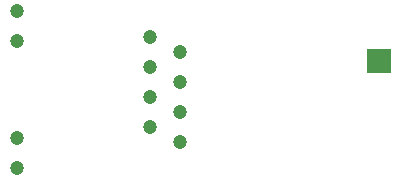
<source format=gbp>
G04 #@! TF.FileFunction,Paste,Bot*
%FSLAX46Y46*%
G04 Gerber Fmt 4.6, Leading zero omitted, Abs format (unit mm)*
G04 Created by KiCad (PCBNEW 4.0.2+e4-6225~38~ubuntu14.04.1-stable) date Sat 13 Aug 2016 03:13:24 PM PDT*
%MOMM*%
G01*
G04 APERTURE LIST*
%ADD10C,0.150000*%
%ADD11R,1.999488X1.999488*%
%ADD12C,1.200000*%
G04 APERTURE END LIST*
D10*
D11*
X59010000Y-45730000D03*
D12*
X28300000Y-41475000D03*
X28300000Y-44015000D03*
X28300000Y-52185000D03*
X28300000Y-54725000D03*
X39550000Y-43660000D03*
X39550000Y-48730000D03*
X39550000Y-46200000D03*
X39550000Y-51270000D03*
X42090000Y-44920000D03*
X42090000Y-50000000D03*
X42090000Y-47460000D03*
X42090000Y-52540000D03*
M02*

</source>
